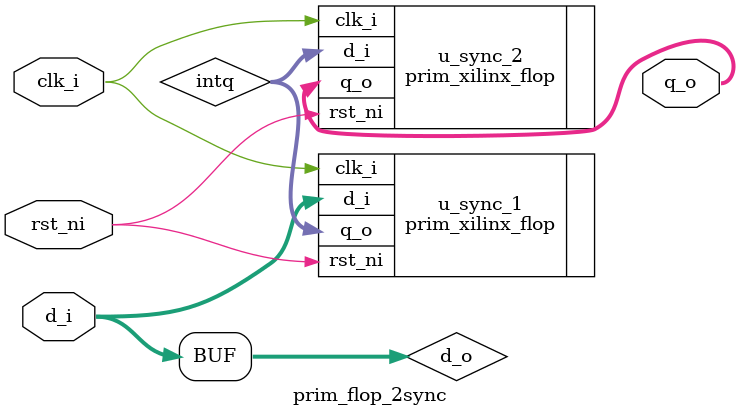
<source format=sv>

module prim_flop_2sync #(
  parameter int               Width      = 16,
  parameter logic [Width-1:0] ResetValue = '0,
  parameter bit               EnablePrimCdcRand = 1
) (
  input                    clk_i,
  input                    rst_ni,
  input        [Width-1:0] d_i,
  output logic [Width-1:0] q_o
);

  logic [Width-1:0] d_o;
  logic [Width-1:0] intq;

`ifdef SIMULATION

  prim_cdc_rand_delay #(
    .DataWidth(Width),
    .Enable(EnablePrimCdcRand)
  ) u_prim_cdc_rand_delay (
    .clk_i,
    .rst_ni,
    .src_data_i(d_i),
    .prev_data_i(intq),
    .dst_data_o(d_o)
  );
`else // !`ifdef SIMULATION
   always_comb d_o = d_i;
`endif // !`ifdef SIMULATION

  prim_xilinx_flop #(
    .Width(Width),
    .ResetValue(ResetValue)
  ) u_sync_1 (
    .clk_i,
    .rst_ni,
    .d_i(d_o),
    .q_o(intq)
  );

  prim_xilinx_flop #(
    .Width(Width),
    .ResetValue(ResetValue)
  ) u_sync_2 (
    .clk_i,
    .rst_ni,
    .d_i(intq),
    .q_o
  );

endmodule : prim_flop_2sync

</source>
